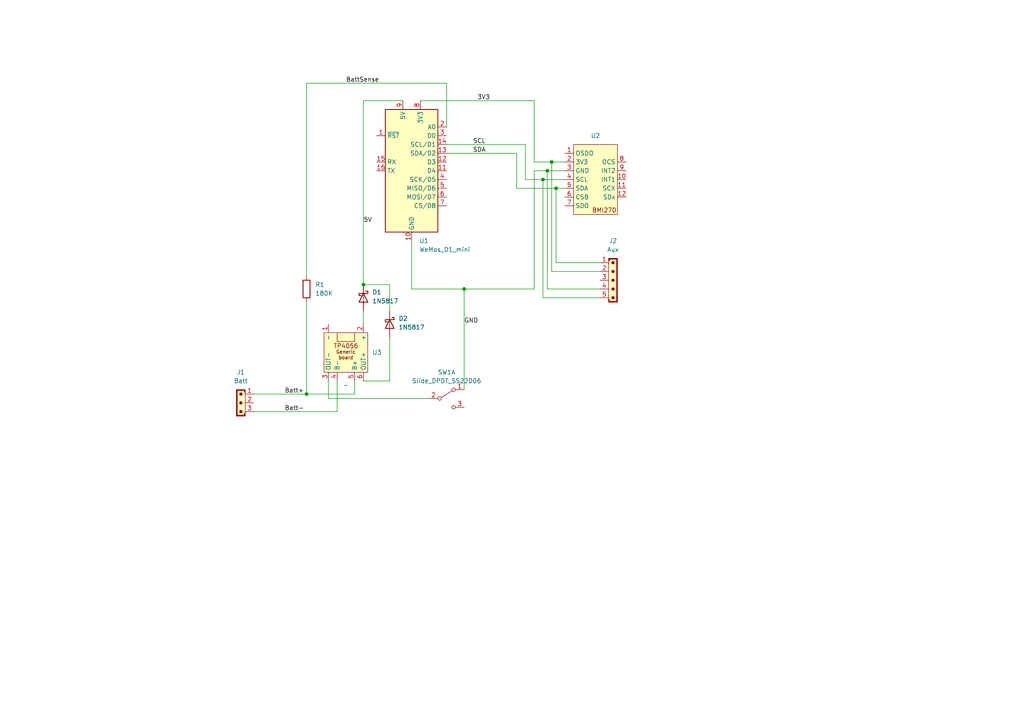
<source format=kicad_sch>
(kicad_sch (version 20231120) (generator "eeschema") (generator_version "8.0")
  (paper "A4")
  (lib_symbols
    (symbol "Custom:BMI270 KOUNOLAB DevBoard"
      (property "Reference" "U" (at 0 -11.43 0))
      (symbol "BMI270 KOUNOLAB DevBoard_1_1"
        (rectangle (start -6.35 10.16) (end 6.35 -10.16) (fill (type background)))
        (text "BMI270" (at 2.54 -8.89 0) (effects (font (size 1.27 1.27))))
        (pin output line (at -8.89 7.62 0) (length 2.54) (name "OSDO") (number "1"))
        (pin input line (at 8.89 0 180) (length 2.54) (name "INT1") (number "10"))
        (pin bidirectional line (at 8.89 -2.54 180) (length 2.54) (name "SCX") (number "11"))
        (pin bidirectional line (at 8.89 -5.08 180) (length 2.54) (name "SDx") (number "12"))
        (pin power_in line (at -8.89 5.08 0) (length 2.54) (name "3V3") (number "2"))
        (pin power_in line (at -8.89 2.54 0) (length 2.54) (name "GND") (number "3"))
        (pin input line (at -8.89 0 0) (length 2.54) (name "SCL") (number "4"))
        (pin bidirectional line (at -8.89 -2.54 0) (length 2.54) (name "SDA") (number "5"))
        (pin input line (at -8.89 -5.08 0) (length 2.54) (name "CSB") (number "6"))
        (pin input line (at -8.89 -7.62 0) (length 2.54) (name "SDO") (number "7"))
        (pin input line (at 8.89 5.08 180) (length 2.54) (name "OCS") (number "8"))
        (pin input line (at 8.89 2.54 180) (length 2.54) (name "INT2") (number "9"))
      )
    )
    (symbol "Custom:TP4056_Breakout_Board"
      (property "Reference" "U" (at 7.62 0 0))
      (symbol "TP4056_Breakout_Board_1_1"
        (rectangle (start -6.35 6.35) (end 6.35 -5.08) (fill (type background)))
        (rectangle (start -2.54 6.35) (end 2.54 3.81) (fill (type background)))
        (text "Generic\nboard" (at 0 0 0) (effects (font (size 1 1))))
        (text "TP4056" (at 0 2.54 0) (effects (font (size 1.27 1.27))))
        (pin power_in line (at -5.08 8.89 270) (length 2.54) (name "-") (number "1"))
        (pin power_in line (at 5.08 8.89 270) (length 2.54) (name "+") (number "2"))
        (pin power_out line (at -5.08 -7.62 90) (length 2.54) (name "OUT-") (number "3"))
        (pin power_out line (at -2.54 -7.62 90) (length 2.54) (name "B-") (number "4"))
        (pin power_out line (at 2.54 -7.62 90) (length 2.54) (name "B+") (number "5"))
        (pin power_out line (at 5.08 -7.62 90) (length 2.54) (name "OUT+") (number "6"))
      )
    )
    (symbol "Device:R" (pin_numbers hide) (pin_names (offset 0))
      (property "Reference" "R" (at 2.032 0 90))
      (property "Value" "R" (at 0 0 90))
      (symbol "R_0_1"
        (rectangle (start -1.016 -2.54) (end 1.016 2.54) (stroke (width 0.254)))
      )
      (symbol "R_1_1"
        (pin passive line (at 0 3.81 270) (length 1.27) (name "~") (number "1"))
        (pin passive line (at 0 -3.81 90) (length 1.27) (name "~") (number "2"))
      )
    )
    (symbol "Diode:1N5817" (pin_numbers hide) (pin_names (offset 1.016) hide)
      (property "Reference" "D" (at 0 2.54 0))
      (property "Value" "1N5817" (at 0 -2.54 0))
      (symbol "1N5817_0_1"
        (polyline (pts (xy 1.27 0) (xy -1.27 0)))
        (polyline (pts (xy 1.27 1.27) (xy 1.27 -1.27) (xy -1.27 0) (xy 1.27 1.27)) (stroke (width 0.254)))
        (polyline (pts (xy -1.905 0.635) (xy -1.905 1.27) (xy -1.27 1.27) (xy -1.27 -1.27) (xy -0.635 -1.27) (xy -0.635 -0.635)) (stroke (width 0.254)))
      )
      (symbol "1N5817_1_1"
        (pin passive line (at -3.81 0 0) (length 2.54) (name "K") (number "1"))
        (pin passive line (at 3.81 0 180) (length 2.54) (name "A") (number "2"))
      )
    )
    (symbol "MCU_Module:WeMos_D1_mini"
      (property "Reference" "U" (at 3.81 19.05 0))
      (property "Value" "WeMos_D1_mini" (at 1.27 -19.05 0))
      (symbol "WeMos_D1_mini_1_1"
        (rectangle (start -7.62 17.78) (end 7.62 -17.78) (stroke (width 0.254)) (fill (type background)))
        (pin input line (at -10.16 10.16 0) (length 2.54) (name "~{RST}") (number "1"))
        (pin power_in line (at 0 -20.32 90) (length 2.54) (name "GND") (number "10"))
        (pin bidirectional line (at 10.16 0 180) (length 2.54) (name "D4") (number "11"))
        (pin bidirectional line (at 10.16 2.54 180) (length 2.54) (name "D3") (number "12"))
        (pin bidirectional line (at 10.16 5.08 180) (length 2.54) (name "SDA/D2") (number "13"))
        (pin bidirectional line (at 10.16 7.62 180) (length 2.54) (name "SCL/D1") (number "14"))
        (pin input line (at -10.16 2.54 0) (length 2.54) (name "RX") (number "15"))
        (pin output line (at -10.16 0 0) (length 2.54) (name "TX") (number "16"))
        (pin input line (at 10.16 12.7 180) (length 2.54) (name "A0") (number "2"))
        (pin bidirectional line (at 10.16 10.16 180) (length 2.54) (name "D0") (number "3"))
        (pin bidirectional line (at 10.16 -2.54 180) (length 2.54) (name "SCK/D5") (number "4"))
        (pin bidirectional line (at 10.16 -5.08 180) (length 2.54) (name "MISO/D6") (number "5"))
        (pin bidirectional line (at 10.16 -7.62 180) (length 2.54) (name "MOSI/D7") (number "6"))
        (pin bidirectional line (at 10.16 -10.16 180) (length 2.54) (name "CS/D8") (number "7"))
        (pin power_out line (at 2.54 20.32 270) (length 2.54) (name "3V3") (number "8"))
        (pin power_in line (at -2.54 20.32 270) (length 2.54) (name "5V") (number "9"))
      )
    )
    (symbol "PCM_4ms_Switch:Slide_DPDT_SS22D06" (pin_names (offset 0) hide)
      (property "Reference" "SW" (at 0 5.08 0))
      (property "Value" "Slide_DPDT_SS22D06" (at 0 7.62 0))
      (symbol "Slide_DPDT_SS22D06_0_0"
        (circle (center -2.032 0) (radius 0.508))
        (circle (center 2.032 -2.54) (radius 0.508))
      )
      (symbol "Slide_DPDT_SS22D06_0_1"
        (polyline (pts (xy -1.524 0.254) (xy 1.651 2.286)))
        (circle (center 2.032 2.54) (radius 0.508))
      )
      (symbol "Slide_DPDT_SS22D06_1_1"
        (pin passive line (at 5.08 2.54 180) (length 2.54) (name "A") (number "1"))
        (pin passive line (at -5.08 0 0) (length 2.54) (name "B") (number "2"))
        (pin passive line (at 5.08 -2.54 180) (length 2.54) (name "C") (number "3"))
      )
      (symbol "Slide_DPDT_SS22D06_2_1"
        (pin passive line (at 5.08 2.54 180) (length 2.54) (name "A") (number "4"))
        (pin passive line (at -5.08 0 0) (length 2.54) (name "B") (number "5"))
        (pin passive line (at 5.08 -2.54 180) (length 2.54) (name "C") (number "6"))
      )
      (symbol "Slide_DPDT_SS22D06_3_1"
        (rectangle (start -3.81 3.81) (end 3.81 -3.81))
        (polyline (pts (xy -5.08 0) (xy -3.81 0)))
        (polyline (pts (xy 5.08 0) (xy 3.81 0)))
        (pin passive line (at -5.08 -2.54 90) (length 2.54) (name "SHIELD") (number "7"))
        (pin passive line (at 5.08 -2.54 90) (length 2.54) (name "SHIELD") (number "8"))
      )
    )
    (symbol "PCM_SL_Connectors:JST_03"
      (property "Reference" "J" (at 0 8.89 0))
      (property "Value" "JST_03" (at 0 6.35 0))
      (symbol "JST_03_0_1"
        (rectangle (start -1.27 3.81) (end 1.27 -3.81) (fill (type background)))
        (circle (center 0 -2.54) (radius 0.381) (fill (type outline)))
        (polyline (pts (xy -1.27 -3.048) (xy -1.27 -3.81) (xy 1.27 -3.81) (xy 1.27 -3.048) (xy 1.016 -3.048) (xy 1.016 -3.556) (xy -1.016 -3.556) (xy -1.016 -3.048) (xy -1.27 -3.048)) (fill (type outline)))
        (polyline (pts (xy 1.27 3.048) (xy 1.27 3.81) (xy -1.27 3.81) (xy -1.27 3.048) (xy -1.016 3.048) (xy -1.016 3.556) (xy 1.016 3.556) (xy 1.016 3.048) (xy 1.27 3.048)) (fill (type outline)))
        (circle (center 0 0) (radius 0.381) (fill (type outline)))
        (circle (center 0 2.54) (radius 0.381) (fill (type outline)))
        (rectangle (start 1.016 3.048) (end 1.27 -3.048) (fill (type outline)))
      )
      (symbol "JST_03_1_1"
        (pin passive line (at -3.81 2.54 0) (length 2.54) (name "") (number "1"))
        (pin passive line (at -3.81 0 0) (length 2.54) (name "") (number "2"))
        (pin passive line (at -3.81 -2.54 0) (length 2.54) (name "") (number "3"))
      )
    )
    (symbol "PCM_SL_Connectors:JST_05"
      (property "Reference" "J" (at 0 11.43 0))
      (property "Value" "JST_05" (at 0 8.89 0))
      (symbol "JST_05_0_1"
        (rectangle (start -1.27 6.35) (end 1.27 -6.35) (fill (type background)))
        (circle (center 0 -5.08) (radius 0.381) (fill (type outline)))
        (circle (center 0 -2.54) (radius 0.381) (fill (type outline)))
        (polyline (pts (xy -1.27 -5.588) (xy -1.27 -6.35) (xy 1.27 -6.35) (xy 1.27 -5.588) (xy 1.016 -5.588) (xy 1.016 -6.096) (xy -1.016 -6.096) (xy -1.016 -5.588) (xy -1.27 -5.588)) (fill (type outline)))
        (polyline (pts (xy 1.27 5.588) (xy 1.27 6.35) (xy -1.27 6.35) (xy -1.27 5.588) (xy -1.016 5.588) (xy -1.016 6.096) (xy 1.016 6.096) (xy 1.016 5.588) (xy 1.27 5.588)) (fill (type outline)))
        (circle (center 0 0) (radius 0.381) (fill (type outline)))
        (circle (center 0 2.54) (radius 0.381) (fill (type outline)))
        (circle (center 0 5.08) (radius 0.381) (fill (type outline)))
        (rectangle (start 1.016 5.588) (end 1.27 -5.588) (fill (type outline)))
      )
      (symbol "JST_05_1_1"
        (pin passive line (at -3.81 5.08 0) (length 2.54) (name "") (number "1"))
        (pin passive line (at -3.81 2.54 0) (length 2.54) (name "") (number "2"))
        (pin passive line (at -3.81 0 0) (length 2.54) (name "") (number "3"))
        (pin passive line (at -3.81 -2.54 0) (length 2.54) (name "") (number "4"))
        (pin passive line (at -3.81 -5.08 0) (length 2.54) (name "") (number "5"))
      )
    )
  )
  (junction (at 88.9 114.3))
  (junction (at 134.62 83.82))
  (junction (at 157.48 52.07))
  (junction (at 160.02 46.99))
  (junction (at 105.41 82.55))
  (junction (at 158.75 49.53))
  (junction (at 161.29 54.61))
  (wire (pts (xy 152.4 52.07) (xy 157.48 52.07)))
  (wire (pts (xy 73.66 119.38) (xy 97.79 119.38)))
  (wire (pts (xy 88.9 80.01) (xy 88.9 24.13)))
  (wire (pts (xy 149.86 44.45) (xy 149.86 54.61)))
  (wire (pts (xy 160.02 46.99) (xy 163.83 46.99)))
  (wire (pts (xy 134.62 83.82) (xy 154.94 83.82)))
  (wire (pts (xy 105.41 110.49) (xy 113.03 110.49)))
  (wire (pts (xy 154.94 29.21) (xy 154.94 46.99)))
  (wire (pts (xy 134.62 113.03) (xy 134.62 83.82)))
  (wire (pts (xy 105.41 90.17) (xy 105.41 93.98)))
  (wire (pts (xy 149.86 54.61) (xy 161.29 54.61)))
  (wire (pts (xy 73.66 114.3) (xy 88.9 114.3)))
  (wire (pts (xy 158.75 49.53) (xy 158.75 83.82)))
  (wire (pts (xy 113.03 110.49) (xy 113.03 97.79)))
  (wire (pts (xy 88.9 87.63) (xy 88.9 114.3)))
  (wire (pts (xy 113.03 82.55) (xy 105.41 82.55)))
  (wire (pts (xy 88.9 24.13) (xy 129.54 24.13)))
  (wire (pts (xy 105.41 82.55) (xy 105.41 29.21)))
  (wire (pts (xy 154.94 49.53) (xy 158.75 49.53)))
  (wire (pts (xy 97.79 119.38) (xy 97.79 110.49)))
  (wire (pts (xy 95.25 115.57) (xy 124.46 115.57)))
  (wire (pts (xy 152.4 41.91) (xy 152.4 52.07)))
  (wire (pts (xy 158.75 83.82) (xy 173.99 83.82)))
  (wire (pts (xy 129.54 44.45) (xy 149.86 44.45)))
  (wire (pts (xy 121.92 29.21) (xy 154.94 29.21)))
  (wire (pts (xy 161.29 54.61) (xy 161.29 76.2)))
  (wire (pts (xy 129.54 24.13) (xy 129.54 36.83)))
  (wire (pts (xy 154.94 46.99) (xy 160.02 46.99)))
  (wire (pts (xy 161.29 76.2) (xy 173.99 76.2)))
  (wire (pts (xy 157.48 52.07) (xy 163.83 52.07)))
  (wire (pts (xy 154.94 83.82) (xy 154.94 49.53)))
  (wire (pts (xy 102.87 114.3) (xy 102.87 110.49)))
  (wire (pts (xy 88.9 114.3) (xy 102.87 114.3)))
  (wire (pts (xy 160.02 46.99) (xy 160.02 78.74)))
  (wire (pts (xy 157.48 52.07) (xy 157.48 86.36)))
  (wire (pts (xy 95.25 110.49) (xy 95.25 115.57)))
  (wire (pts (xy 158.75 49.53) (xy 163.83 49.53)))
  (wire (pts (xy 105.41 29.21) (xy 116.84 29.21)))
  (wire (pts (xy 129.54 41.91) (xy 152.4 41.91)))
  (wire (pts (xy 113.03 90.17) (xy 113.03 82.55)))
  (wire (pts (xy 157.48 86.36) (xy 173.99 86.36)))
  (wire (pts (xy 160.02 78.74) (xy 173.99 78.74)))
  (wire (pts (xy 134.62 83.82) (xy 119.38 83.82)))
  (wire (pts (xy 161.29 54.61) (xy 163.83 54.61)))
  (wire (pts (xy 119.38 83.82) (xy 119.38 69.85)))
  (label "3V3" (at 138.43 29.21 0))
  (label "BattSense" (at 100.33 24.13 0))
  (label "GND" (at 134.62 93.98 0))
  (label "SCL" (at 137.16 41.91 0))
  (label "5V" (at 105.41 64.77 0))
  (label "Batt+" (at 82.55 114.3 0))
  (label "SDA" (at 137.16 44.45 0))
  (label "Batt-" (at 82.55 119.38 0))
  (symbol (lib_id "PCM_4ms_Switch:Slide_DPDT_SS22D06") (at 129.54 115.57 0) (unit 1)
    (property "Reference" "SW1" (at 129.54 107.95 0))
    (property "Value" "Slide_DPDT_SS22D06" (at 129.54 110.49 0))
    (property "Footprint" "Button_Switch_THT:SW_Slide_SPDT_Angled_CK_OS102011MA1Q" (effects (hide yes)))
    (property "Specifications" "On/On, SubMini toggle 2-position" (effects (hide yes)))
    (property "Manufacturer" "RunRun" (effects (hide yes)))
    (property "Part Number" "SS22D06" (effects (hide yes)))
  )
  (symbol (lib_id "Diode:1N5817") (at 105.41 86.36 270) (unit 1)
    (property "Reference" "D1" (at 107.95 84.7725 90) (effects (justify left)))
    (property "Value" "1N5817" (at 107.95 87.3125 90) (effects (justify left)))
    (property "Footprint" "Diode_THT:D_DO-41_SOD81_P10.16mm_Horizontal" (effects (hide yes)))
    (property "Datasheet" "http://www.vishay.com/docs/88525/1n5817.pdf" (effects (hide yes)))
  )
  (symbol (lib_id "PCM_SL_Connectors:JST_05") (at 177.8 81.28 0) (unit 1)
    (property "Reference" "J2" (at 177.8 69.85 0))
    (property "Value" "Aux" (at 177.8 72.39 0))
    (property "Footprint" "Connector_JST:JST_XH_S5B-XH-A-1_1x05_P2.50mm_Horizontal" (effects (hide yes)))
  )
  (symbol (lib_id "Diode:1N5817") (at 113.03 93.98 270) (unit 1)
    (property "Reference" "D2" (at 115.57 92.3925 90) (effects (justify left)))
    (property "Value" "1N5817" (at 115.57 94.9325 90) (effects (justify left)))
    (property "Footprint" "Diode_THT:D_DO-41_SOD81_P10.16mm_Horizontal" (effects (hide yes)))
    (property "Datasheet" "http://www.vishay.com/docs/88525/1n5817.pdf" (effects (hide yes)))
  )
  (symbol (lib_id "Custom:TP4056_Breakout_Board") (at 100.33 102.87 0) (unit 1)
    (property "Reference" "U3" (at 107.95 102.235 0) (effects (justify left)))
    (property "Value" "~" (at 100.33 111.76 0))
    (property "Footprint" "Custom:TP4056_Generic_PCB" (effects (hide yes)))
  )
  (symbol (lib_id "MCU_Module:WeMos_D1_mini") (at 119.38 49.53 0) (unit 1)
    (property "Reference" "U1" (at 121.5741 69.85 0) (effects (justify left)))
    (property "Value" "WeMos_D1_mini" (at 121.5741 72.39 0) (effects (justify left)))
    (property "Footprint" "Module:WEMOS_D1_mini_light" (effects (hide yes)))
    (property "Datasheet" "https://wiki.wemos.cc/products:d1:d1_mini#documentation" (effects (hide yes)))
  )
  (symbol (lib_id "Custom:BMI270 KOUNOLAB DevBoard") (at 172.72 52.07 0) (unit 1)
    (property "Reference" "U2" (at 172.72 39.37 0))
    (property "Footprint" "Custom:BMI270 KOUNOLAB DevBoard" (effects (hide yes)))
    (property "Datasheet" "https://cdn.sparkfun.com/assets/9/a/2/9/6/bst-bmi270-ds000.pdf" (effects (hide yes)))
  )
  (symbol (lib_id "Device:R") (at 88.9 83.82 0) (unit 1)
    (property "Reference" "R1" (at 91.44 82.55 0) (effects (justify left)))
    (property "Value" "180K" (at 91.44 85.09 0) (effects (justify left)))
    (property "Footprint" "Resistor_THT:R_Axial_DIN0207_L6.3mm_D2.5mm_P10.16mm_Horizontal" (effects (hide yes)))
  )
  (symbol (lib_id "PCM_SL_Connectors:JST_03") (at 69.85 116.84 0) (mirror y) (unit 1)
    (property "Reference" "J1" (at 69.85 107.95 0))
    (property "Value" "Batt" (at 69.85 110.49 0))
    (property "Footprint" "Connector_JST:JST_PH_S3B-PH-K_1x03_P2.00mm_Horizontal" (effects (hide yes)))
  )
)
</source>
